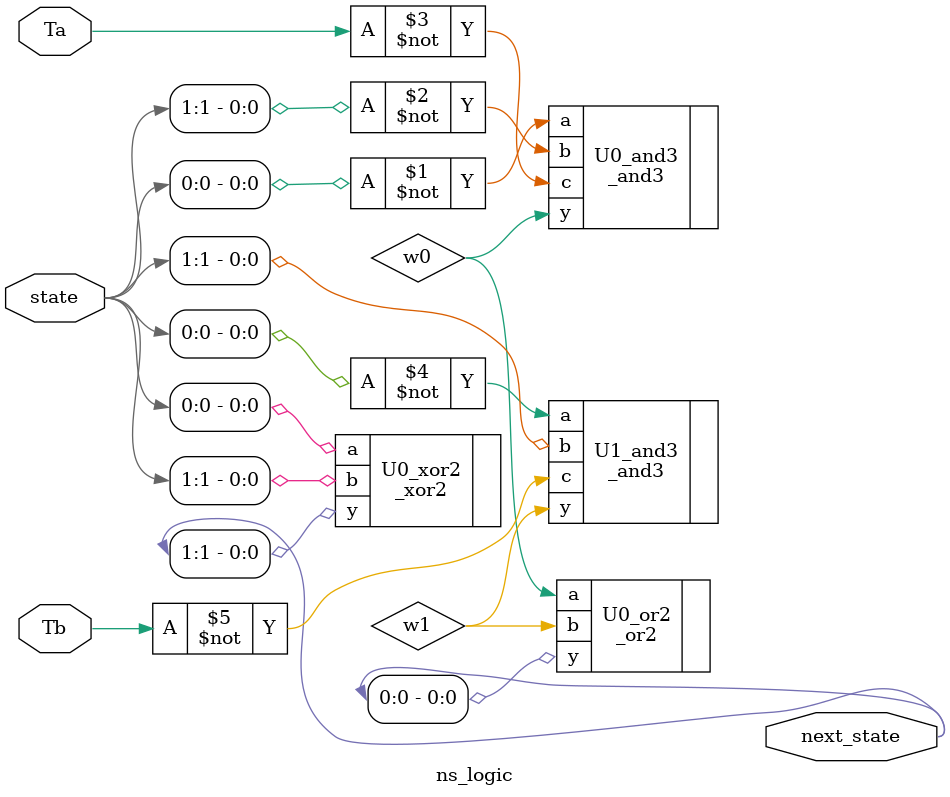
<source format=v>
module ns_logic(Ta, Tb, state, next_state);
	input Ta, Tb;
	input [1:0] state;
	output [1:0] next_state;
	
	wire w0, w1;
	
	// instance D0
	_and3 U0_and3(.a(~(state[0])), .b(~(state[1])), .c(~(Ta)), .y(w0));
	_and3 U1_and3(.a(~(state[0])), .b(state[1]), .c(~(Tb)), .y(w1));
	_or2 U0_or2(.a(w0), .b(w1), .y(next_state[0]));
	
	// instance D1
	_xor2 U0_xor2(.a(state[0]), .b(state[1]), .y(next_state[1]));
	
endmodule

</source>
